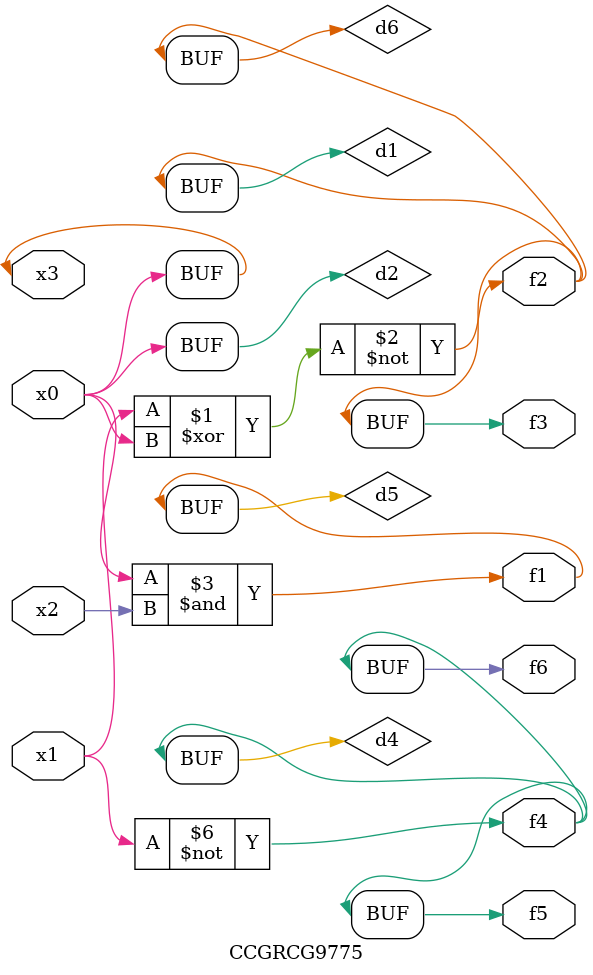
<source format=v>
module CCGRCG9775(
	input x0, x1, x2, x3,
	output f1, f2, f3, f4, f5, f6
);

	wire d1, d2, d3, d4, d5, d6;

	xnor (d1, x1, x3);
	buf (d2, x0, x3);
	nand (d3, x0, x2);
	not (d4, x1);
	nand (d5, d3);
	or (d6, d1);
	assign f1 = d5;
	assign f2 = d6;
	assign f3 = d6;
	assign f4 = d4;
	assign f5 = d4;
	assign f6 = d4;
endmodule

</source>
